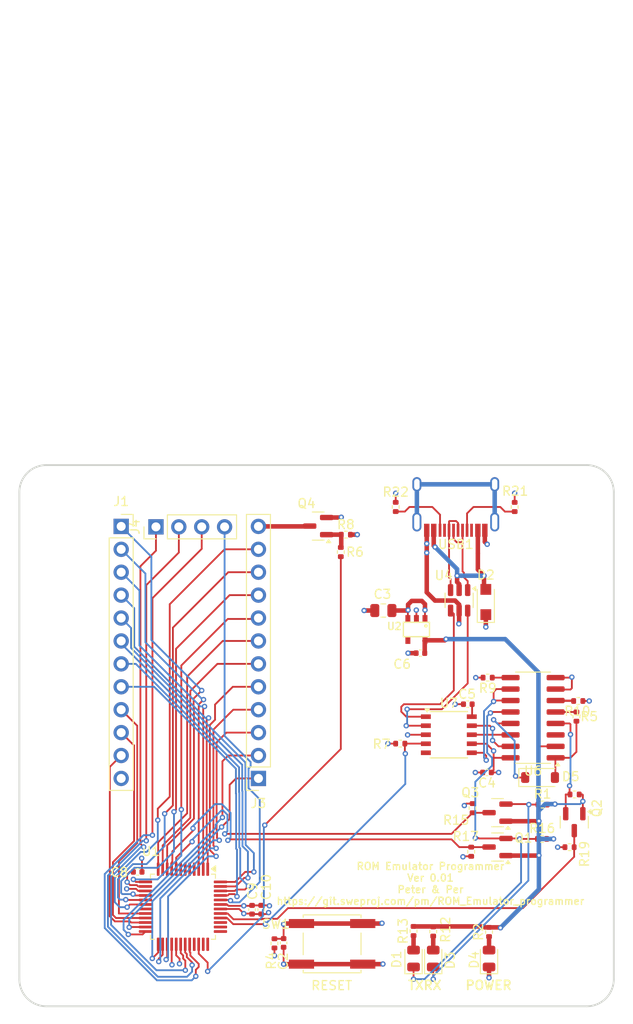
<source format=kicad_pcb>
(kicad_pcb
	(version 20240108)
	(generator "pcbnew")
	(generator_version "8.0")
	(general
		(thickness 1.6)
		(legacy_teardrops no)
	)
	(paper "A4")
	(title_block
		(title "ROM Emulator Programmer")
		(date "2024-10-03")
		(rev "0.01")
		(company "Peter & Per")
	)
	(layers
		(0 "F.Cu" signal)
		(1 "In1.Cu" signal)
		(2 "In2.Cu" signal)
		(31 "B.Cu" signal)
		(32 "B.Adhes" user "B.Adhesive")
		(33 "F.Adhes" user "F.Adhesive")
		(34 "B.Paste" user)
		(35 "F.Paste" user)
		(36 "B.SilkS" user "B.Silkscreen")
		(37 "F.SilkS" user "F.Silkscreen")
		(38 "B.Mask" user)
		(39 "F.Mask" user)
		(40 "Dwgs.User" user "User.Drawings")
		(41 "Cmts.User" user "User.Comments")
		(42 "Eco1.User" user "User.Eco1")
		(43 "Eco2.User" user "User.Eco2")
		(44 "Edge.Cuts" user)
		(45 "Margin" user)
		(46 "B.CrtYd" user "B.Courtyard")
		(47 "F.CrtYd" user "F.Courtyard")
		(48 "B.Fab" user)
		(49 "F.Fab" user)
		(50 "User.1" user)
		(51 "User.2" user)
		(52 "User.3" user)
		(53 "User.4" user)
		(54 "User.5" user)
		(55 "User.6" user)
		(56 "User.7" user)
		(57 "User.8" user)
		(58 "User.9" user)
	)
	(setup
		(stackup
			(layer "F.SilkS"
				(type "Top Silk Screen")
			)
			(layer "F.Paste"
				(type "Top Solder Paste")
			)
			(layer "F.Mask"
				(type "Top Solder Mask")
				(thickness 0.01)
			)
			(layer "F.Cu"
				(type "copper")
				(thickness 0.035)
			)
			(layer "dielectric 1"
				(type "prepreg")
				(thickness 0.1)
				(material "FR4")
				(epsilon_r 4.5)
				(loss_tangent 0.02)
			)
			(layer "In1.Cu"
				(type "copper")
				(thickness 0.035)
			)
			(layer "dielectric 2"
				(type "core")
				(thickness 1.24)
				(material "FR4")
				(epsilon_r 4.5)
				(loss_tangent 0.02)
			)
			(layer "In2.Cu"
				(type "copper")
				(thickness 0.035)
			)
			(layer "dielectric 3"
				(type "prepreg")
				(thickness 0.1)
				(material "FR4")
				(epsilon_r 4.5)
				(loss_tangent 0.02)
			)
			(layer "B.Cu"
				(type "copper")
				(thickness 0.035)
			)
			(layer "B.Mask"
				(type "Bottom Solder Mask")
				(thickness 0.01)
			)
			(layer "B.Paste"
				(type "Bottom Solder Paste")
			)
			(layer "B.SilkS"
				(type "Bottom Silk Screen")
			)
			(copper_finish "None")
			(dielectric_constraints no)
		)
		(pad_to_mask_clearance 0)
		(allow_soldermask_bridges_in_footprints no)
		(pcbplotparams
			(layerselection 0x00010fc_ffffffff)
			(plot_on_all_layers_selection 0x0000000_00000000)
			(disableapertmacros no)
			(usegerberextensions no)
			(usegerberattributes yes)
			(usegerberadvancedattributes yes)
			(creategerberjobfile yes)
			(dashed_line_dash_ratio 12.000000)
			(dashed_line_gap_ratio 3.000000)
			(svgprecision 4)
			(plotframeref no)
			(viasonmask no)
			(mode 1)
			(useauxorigin no)
			(hpglpennumber 1)
			(hpglpenspeed 20)
			(hpglpendiameter 15.000000)
			(pdf_front_fp_property_popups yes)
			(pdf_back_fp_property_popups yes)
			(dxfpolygonmode yes)
			(dxfimperialunits yes)
			(dxfusepcbnewfont yes)
			(psnegative no)
			(psa4output no)
			(plotreference yes)
			(plotvalue yes)
			(plotfptext yes)
			(plotinvisibletext no)
			(sketchpadsonfab no)
			(subtractmaskfromsilk no)
			(outputformat 1)
			(mirror no)
			(drillshape 1)
			(scaleselection 1)
			(outputdirectory "")
		)
	)
	(net 0 "")
	(net 1 "GND")
	(net 2 "/RESETN")
	(net 3 "+5V")
	(net 4 "+3V3")
	(net 5 "/RX0")
	(net 6 "/TX0")
	(net 7 "/TX_D11")
	(net 8 "/RX_D11")
	(net 9 "/UPDI")
	(net 10 "/D1")
	(net 11 "/A8")
	(net 12 "/A0")
	(net 13 "/D0")
	(net 14 "/A6")
	(net 15 "/D3")
	(net 16 "/A1")
	(net 17 "/A5")
	(net 18 "/A11")
	(net 19 "/A3")
	(net 20 "unconnected-(U1-PE03-Pad33)")
	(net 21 "/A10")
	(net 22 "/A7")
	(net 23 "/A9")
	(net 24 "unconnected-(U1-PC07-Pad19)")
	(net 25 "/D4")
	(net 26 "unconnected-(U1-PF05-Pad39)")
	(net 27 "/D2")
	(net 28 "/A2")
	(net 29 "Net-(J2-Pin_2)")
	(net 30 "/D6")
	(net 31 "/USB_N")
	(net 32 "Net-(USB1-CC1)")
	(net 33 "Net-(USB1-CC2)")
	(net 34 "/VUSB")
	(net 35 "Net-(USB1-DP1)")
	(net 36 "Net-(USB1-DN1)")
	(net 37 "unconnected-(USB1-SBU2-Pad3)")
	(net 38 "unconnected-(USB1-SHIELD-Pad13)")
	(net 39 "unconnected-(USB1-SBU1-Pad9)")
	(net 40 "/A12")
	(net 41 "/A13")
	(net 42 "/D5")
	(net 43 "/D7")
	(net 44 "/A-1")
	(net 45 "/~{OE}")
	(net 46 "unconnected-(U1-PF01-Pad35)")
	(net 47 "unconnected-(U1-PF04-Pad38)")
	(net 48 "/~{BYTE}")
	(net 49 "/~{WE}")
	(net 50 "unconnected-(U1-PF03-Pad37)")
	(net 51 "unconnected-(U1-PF02-Pad36)")
	(net 52 "Net-(D1-A)")
	(net 53 "Net-(D3-A)")
	(net 54 "Net-(D4-A)")
	(net 55 "/USB_P")
	(net 56 "/A4")
	(net 57 "Net-(Q4-G)")
	(net 58 "/~{VCC_EN}")
	(net 59 "/VCC_EN")
	(net 60 "unconnected-(USB1-SHIELD-Pad13)_1")
	(net 61 "unconnected-(USB1-SHIELD-Pad13)_2")
	(net 62 "unconnected-(USB1-SHIELD-Pad13)_3")
	(net 63 "unconnected-(U1-PB03-Pad7)")
	(net 64 "unconnected-(U1-PB00-Pad4)")
	(net 65 "unconnected-(U1-PB01-Pad5)")
	(net 66 "unconnected-(U1-PB02-Pad6)")
	(net 67 "Net-(U7-V3)")
	(net 68 "Net-(D5-K)")
	(net 69 "Net-(D5-A)")
	(net 70 "Net-(Q2-S)")
	(net 71 "Net-(U6-3Y0)")
	(net 72 "/~{DTR}")
	(net 73 "/~{RTS}")
	(net 74 "unconnected-(U7-~{CTS}-Pad5)")
	(net 75 "/TXD")
	(net 76 "/RXD")
	(net 77 "Net-(U6-~{ENABLE})")
	(net 78 "Net-(J2-Pin_3)")
	(footprint "Connector_PinSocket_2.54mm:PinSocket_1x12_P2.54mm_Vertical" (layer "F.Cu") (at 50.546 62.738 180))
	(footprint "Resistor_SMD:R_0402_1005Metric" (layer "F.Cu") (at 74.3204 66.037994 90))
	(footprint "Resistor_SMD:R_0402_1005Metric" (layer "F.Cu") (at 74.168 70.863994 -90))
	(footprint "MountingHole:MountingHole_3mm" (layer "F.Cu") (at 87 31))
	(footprint "Connector_PinSocket_2.54mm:PinSocket_1x12_P2.54mm_Vertical" (layer "F.Cu") (at 35.306 34.798))
	(footprint "Diode_SMD:Nexperia_CFP3_SOD-123W" (layer "F.Cu") (at 75.7936 43.182 90))
	(footprint "Package_TO_SOT_SMD:SOT-23" (layer "F.Cu") (at 77.0913 66.532794 180))
	(footprint "Package_TO_SOT_SMD:SOT-23" (layer "F.Cu") (at 57.1777 34.7624 180))
	(footprint "MountingHole:MountingHole_3mm" (layer "F.Cu") (at 27 85))
	(footprint "Resistor_SMD:R_0402_1005Metric" (layer "F.Cu") (at 52.324 81.024 -90))
	(footprint "ROM_Emulator_programmer:SW_Push_1P1T_NO_CK_K2-1102SP-C4SC-04" (layer "F.Cu") (at 58.7248 81.0768 180))
	(footprint "Resistor_SMD:R_0402_1005Metric" (layer "F.Cu") (at 65.786 32.642 -90))
	(footprint "Resistor_SMD:R_0402_1005Metric" (layer "F.Cu") (at 76.1492 79.76 90))
	(footprint "Resistor_SMD:R_0402_1005Metric" (layer "F.Cu") (at 82.042 69.443594))
	(footprint "Package_TO_SOT_SMD:SOT-23" (layer "F.Cu") (at 77.0913 70.342794 180))
	(footprint "Resistor_SMD:R_0402_1005Metric" (layer "F.Cu") (at 85.088 70.358 180))
	(footprint "Capacitor_SMD:C_0402_1005Metric" (layer "F.Cu") (at 49.8348 77.2948 -90))
	(footprint "Resistor_SMD:R_0402_1005Metric" (layer "F.Cu") (at 82.0928 65.633594))
	(footprint "LED_SMD:LED_0805_2012Metric" (layer "F.Cu") (at 76.1492 82.7044 90))
	(footprint "Resistor_SMD:R_0402_1005Metric" (layer "F.Cu") (at 66.292 58.8772))
	(footprint "Capacitor_SMD:C_0402_1005Metric" (layer "F.Cu") (at 73.7896 54.5084 180))
	(footprint "Package_TO_SOT_SMD:SOT-23" (layer "F.Cu") (at 85.6132 67.5871 -90))
	(footprint "Package_TO_SOT_SMD:SOT-23-6" (layer "F.Cu") (at 72.828 42.9945 -90))
	(footprint "Resistor_SMD:R_0402_1005Metric" (layer "F.Cu") (at 75.9948 51.562 180))
	(footprint "ROM_Emulator_programmer:HRO-TYPE-C-31-M-12" (layer "F.Cu") (at 72.458 27.532 180))
	(footprint "Resistor_SMD:R_0402_1005Metric" (layer "F.Cu") (at 85.6488 64.516))
	(footprint "LED_SMD:LED_0805_2012Metric" (layer "F.Cu") (at 69.9516 82.7044 90))
	(footprint "MountingHole:MountingHole_3mm" (layer "F.Cu") (at 27 31))
	(footprint "Connector_PinHeader_2.54mm:PinHeader_1x04_P2.54mm_Vertical" (layer "F.Cu") (at 39.1668 34.8488 90))
	(footprint "Package_QFP:TQFP-48_7x7mm_P0.5mm" (layer "F.Cu") (at 42.164 76.962 -90))
	(footprint "Diode_SMD:D_SOD-123" (layer "F.Cu") (at 81.8144 62.6364))
	(footprint "MountingHole:MountingHole_3mm" (layer "F.Cu") (at 87 85))
	(footprint "Package_SO:SOP-16_3.9x9.9mm_P1.27mm" (layer "F.Cu") (at 81.0402 56.007 180))
	(footprint "Capacitor_SMD:C_0402_1005Metric"
		(layer "F.Cu")
		(uuid "b16cc579-371c-4e73-b7eb-1bc7f5c5a28b")
		(at 50.8508 77.2896 -90)
		(descr "Capacitor SMD 0402 (1005 Metric), square (rectangular) end terminal, IPC_7351 nominal, (Body size source: IPC-SM-782 page 76, https://www.pcb-3d.com/wordpress/wp-content/uploads/ipc-sm-782a_amendment_1_and_2.pdf), generated with kicad-footprint-generator")
		(tags "capacitor")
		(property "Reference" "C9"
			(at -2.0548 0.9652 90)
			(layer "F.SilkS")
			(uuid "fd275708-021e-4652-9be3-7fc0663335b3")
			(effects
				(font
					(size 1 1)
					(thickness 0.15)
				)
			)
		)
		(property "Value" "4.7uF"
			(at 0 1.16 90)
			(layer "F.Fab")
			(uuid "45a0c85e-d84d-47a2-a486-0336ab6275b8")
			(effects
				(font
					(size 1 1)
					(thickness 0.15)
				)
			)
		)
		(property "Footprint" "Capacitor_SMD:C_0402_1005Metric"
			(at 0 0 -90)
			(unlocked yes)
			(layer "F.Fab")
			(hide yes)
			(uuid "baa8926f-1c36-4f3f-89de-878fe5322f83")
			(effects
				(font
					(size 1.27 1.27)
					(thickness 0.15)
				)
			)
		)
		(property "Datasheet" ""
			(at 0 0 -90)
			(unlocked yes)
			(layer "F.Fab")
			(hide yes)
			(uuid "1952b70e-d681-4aee-8c38-b87213e38f42")
			(effects
				(font
					(size 1.27 1.27)
					(thickness 0.15)
				)
			)
		)
		(property "Description" ""
			(at 0 0 -90)
			(unlocked yes)
			(layer "F.Fab")
			(hide yes)
			(uuid "7c0b942b-5a72-43c6-8821-91261f2da2a0")
			(effects
				(font
					(size 1.27 1.27)
					(thickness 0.15)
				)
			)
		)
		(property "VOLTAGE" ""
			(at 0 0 -90)
			(unlocked yes)
			(layer "F.Fab")
			(hide yes)
			(uuid "c39035a5-e453-4409-9aff-876bdf50bd91")
			(effects
				(font
					(size 1 1)
					(thickness 0.15)
				)
			)
		)
		(property "LCSC" "C23733"
			(at 0 0 -90)
			(unlocked yes)
			(layer "F.Fab")
			(hide yes)
			(uuid "51b5fa77-c846-4483-824d-2ea58a87453c")
			(effects
				(font
					(size 1 1)
					(thickness 0.15)
				)
			)
		)
		(path "/8738b7a7-e3de-4de7-aecc-79795c3231b8")
		(sheetname "Root")
		(sheetfile "ROM_Emulator_programmer.kicad_sch")
		(attr smd)
		(fp_line
			(start -0.107836 0.36)
			(end 0.107836 0.36)
			(stroke
				(width 0.12)
				(type solid)
			)
			(layer "F.SilkS")
			(uuid "6570431e-d4e2-4b6b-bb39-88c331beb779")
		)
		(fp_line
			(start -0.107836 -0.36)
			(end 0.107836 -0.36)
			(stroke
				(width 0.12)
				(type solid)
			)
			(layer "F.SilkS")
			(uuid "00ace6e6-2c5d-41a3-95f3-800ec7a5fba9")
		)
		(fp_line
			(start -0.91 0.46)
			(end -0.91 -0.46)
			(stroke
				(width 0.05)
				(type solid)
			)
			(layer "F.CrtYd")
			(uuid "9fb4adba-ef9c-413c-b323-a4ac70d565cf")
		)
		(fp_line
			(start 0.91 0.46)
			(end -0.91 0.46)
			(stroke
				(width 0.05)
				(type solid)
			)
			(layer "F.CrtYd")
			(uuid "ce0cd14b-3c75-4ea0-90af-14376ed86298")
		)
		(fp_line
			(start -0.91 -0.46)
			(end 0.91 -0.46)
			(stroke
				(width 0.05)
				(type solid)
			)
			(layer "F.CrtYd")
			(uuid "b965dacc-8f90-4b03-bfc6-fafdb85d4c17")
		)
		(fp_line
			(start 0.91 -0.46)
			(end 0.91 0.46)
			(stroke
				(width 0.05)
				(type solid)
			)
			(layer "F.CrtYd")
			(uuid "1695
... [469577 chars truncated]
</source>
